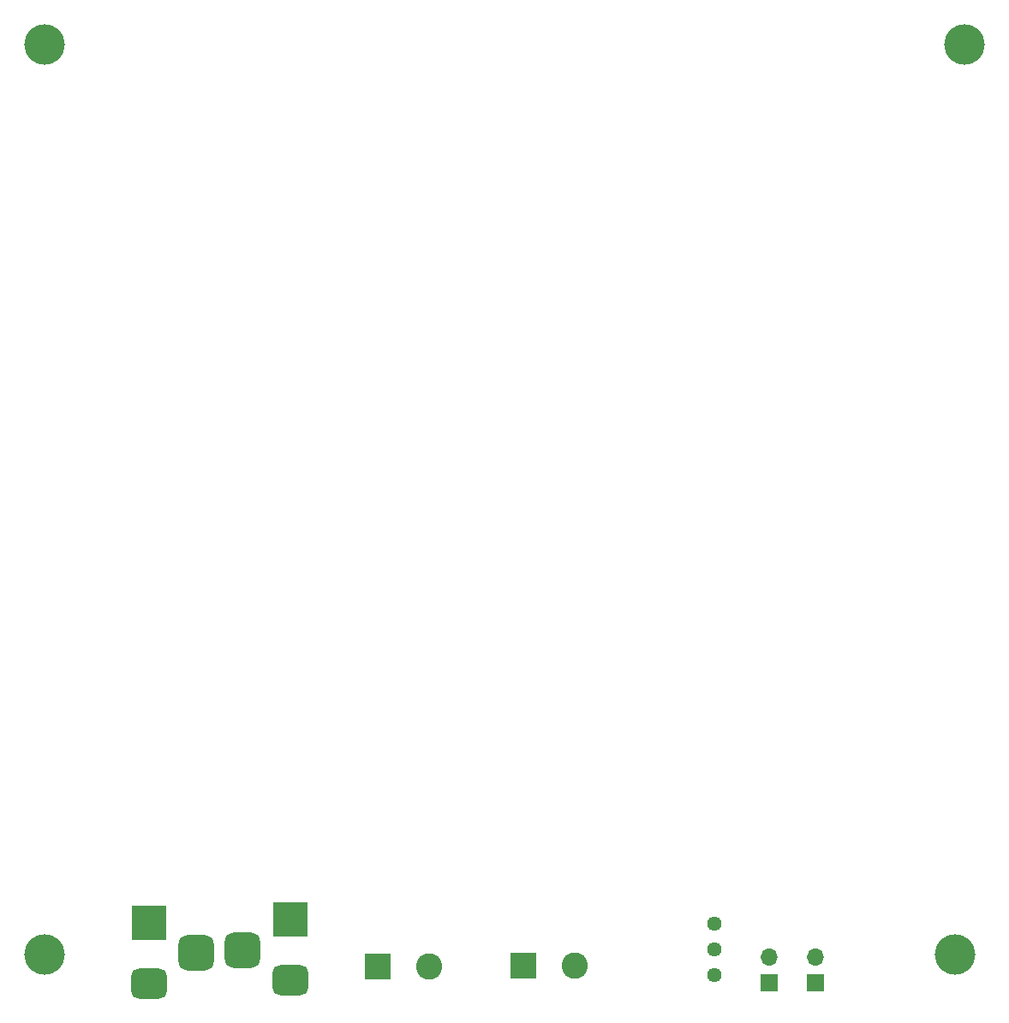
<source format=gbr>
%TF.GenerationSoftware,KiCad,Pcbnew,7.0.11+dfsg-1build4*%
%TF.CreationDate,2025-01-13T22:22:21-06:00*%
%TF.ProjectId,LEDpanel,4c454470-616e-4656-9c2e-6b696361645f,rev?*%
%TF.SameCoordinates,Original*%
%TF.FileFunction,Soldermask,Bot*%
%TF.FilePolarity,Negative*%
%FSLAX46Y46*%
G04 Gerber Fmt 4.6, Leading zero omitted, Abs format (unit mm)*
G04 Created by KiCad (PCBNEW 7.0.11+dfsg-1build4) date 2025-01-13 22:22:21*
%MOMM*%
%LPD*%
G01*
G04 APERTURE LIST*
G04 Aperture macros list*
%AMRoundRect*
0 Rectangle with rounded corners*
0 $1 Rounding radius*
0 $2 $3 $4 $5 $6 $7 $8 $9 X,Y pos of 4 corners*
0 Add a 4 corners polygon primitive as box body*
4,1,4,$2,$3,$4,$5,$6,$7,$8,$9,$2,$3,0*
0 Add four circle primitives for the rounded corners*
1,1,$1+$1,$2,$3*
1,1,$1+$1,$4,$5*
1,1,$1+$1,$6,$7*
1,1,$1+$1,$8,$9*
0 Add four rect primitives between the rounded corners*
20,1,$1+$1,$2,$3,$4,$5,0*
20,1,$1+$1,$4,$5,$6,$7,0*
20,1,$1+$1,$6,$7,$8,$9,0*
20,1,$1+$1,$8,$9,$2,$3,0*%
G04 Aperture macros list end*
%ADD10R,3.500000X3.500000*%
%ADD11RoundRect,0.750000X1.000000X-0.750000X1.000000X0.750000X-1.000000X0.750000X-1.000000X-0.750000X0*%
%ADD12RoundRect,0.875000X0.875000X-0.875000X0.875000X0.875000X-0.875000X0.875000X-0.875000X-0.875000X0*%
%ADD13C,4.000000*%
%ADD14C,1.440000*%
%ADD15R,2.600000X2.600000*%
%ADD16C,2.600000*%
%ADD17R,1.700000X1.700000*%
%ADD18O,1.700000X1.700000*%
G04 APERTURE END LIST*
D10*
%TO.C,J1*%
X40350000Y-116900000D03*
D11*
X40350000Y-122900000D03*
D12*
X45050000Y-119900000D03*
%TD*%
D13*
%TO.C,H11*%
X30000000Y-120000000D03*
%TD*%
D14*
%TO.C,RV1*%
X96250000Y-122100000D03*
X96250000Y-119560000D03*
X96250000Y-117020000D03*
%TD*%
D15*
%TO.C,J3*%
X77340000Y-121140000D03*
D16*
X82420000Y-121140000D03*
%TD*%
D17*
%TO.C,JP1*%
X106200000Y-122800000D03*
D18*
X106200000Y-120260000D03*
%TD*%
D17*
%TO.C,J4*%
X101650000Y-122850000D03*
D18*
X101650000Y-120310000D03*
%TD*%
D13*
%TO.C,H4*%
X30000000Y-30000000D03*
%TD*%
D15*
%TO.C,SW1*%
X62960000Y-121230000D03*
D16*
X68040000Y-121230000D03*
%TD*%
D13*
%TO.C,H5*%
X120000000Y-120000000D03*
%TD*%
%TO.C,H6*%
X121000000Y-30000000D03*
%TD*%
D10*
%TO.C,J2*%
X54300000Y-116600000D03*
D11*
X54300000Y-122600000D03*
D12*
X49600000Y-119600000D03*
%TD*%
M02*

</source>
